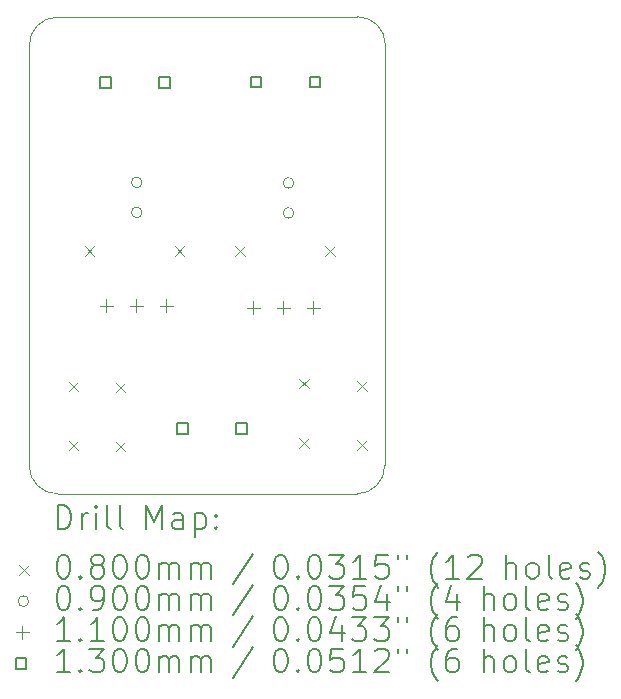
<source format=gbr>
%TF.GenerationSoftware,KiCad,Pcbnew,(7.0.0)*%
%TF.CreationDate,2023-04-15T22:03:08+02:00*%
%TF.ProjectId,incredibly_simple_voltage_regulator,696e6372-6564-4696-926c-795f73696d70,rev?*%
%TF.SameCoordinates,Original*%
%TF.FileFunction,Drillmap*%
%TF.FilePolarity,Positive*%
%FSLAX45Y45*%
G04 Gerber Fmt 4.5, Leading zero omitted, Abs format (unit mm)*
G04 Created by KiCad (PCBNEW (7.0.0)) date 2023-04-15 22:03:08*
%MOMM*%
%LPD*%
G01*
G04 APERTURE LIST*
%ADD10C,0.100000*%
%ADD11C,0.200000*%
%ADD12C,0.080000*%
%ADD13C,0.090000*%
%ADD14C,0.110000*%
%ADD15C,0.130000*%
G04 APERTURE END LIST*
D10*
X7320373Y-6575034D02*
G75*
G03*
X7560430Y-6810034I235057J4D01*
G01*
X7560430Y-6810034D02*
X10095000Y-6810053D01*
X10094570Y-2770966D02*
X7555966Y-2775377D01*
X10330000Y-6570000D02*
X10334623Y-3005966D01*
X10095000Y-6810053D02*
G75*
G03*
X10330000Y-6570000I0J235053D01*
G01*
X7320966Y-3015430D02*
X7320377Y-6575034D01*
X7555966Y-2775373D02*
G75*
G03*
X7320966Y-3015430I4J-235057D01*
G01*
X10334627Y-3005966D02*
G75*
G03*
X10094570Y-2770966I-235057J-4D01*
G01*
D11*
D12*
X7655000Y-5860000D02*
X7735000Y-5940000D01*
X7735000Y-5860000D02*
X7655000Y-5940000D01*
X7655000Y-6360000D02*
X7735000Y-6440000D01*
X7735000Y-6360000D02*
X7655000Y-6440000D01*
X7789000Y-4715000D02*
X7869000Y-4795000D01*
X7869000Y-4715000D02*
X7789000Y-4795000D01*
X8054000Y-5872000D02*
X8134000Y-5952000D01*
X8134000Y-5872000D02*
X8054000Y-5952000D01*
X8054000Y-6372000D02*
X8134000Y-6452000D01*
X8134000Y-6372000D02*
X8054000Y-6452000D01*
X8551000Y-4715000D02*
X8631000Y-4795000D01*
X8631000Y-4715000D02*
X8551000Y-4795000D01*
X9064000Y-4714500D02*
X9144000Y-4794500D01*
X9144000Y-4714500D02*
X9064000Y-4794500D01*
X9608000Y-5838500D02*
X9688000Y-5918500D01*
X9688000Y-5838500D02*
X9608000Y-5918500D01*
X9608000Y-6338500D02*
X9688000Y-6418500D01*
X9688000Y-6338500D02*
X9608000Y-6418500D01*
X9826000Y-4714500D02*
X9906000Y-4794500D01*
X9906000Y-4714500D02*
X9826000Y-4794500D01*
X10098000Y-5858500D02*
X10178000Y-5938500D01*
X10178000Y-5858500D02*
X10098000Y-5938500D01*
X10098000Y-6358500D02*
X10178000Y-6438500D01*
X10178000Y-6358500D02*
X10098000Y-6438500D01*
D13*
X8275000Y-4173500D02*
G75*
G03*
X8275000Y-4173500I-45000J0D01*
G01*
X8275000Y-4427500D02*
G75*
G03*
X8275000Y-4427500I-45000J0D01*
G01*
X9560000Y-4178500D02*
G75*
G03*
X9560000Y-4178500I-45000J0D01*
G01*
X9560000Y-4432500D02*
G75*
G03*
X9560000Y-4432500I-45000J0D01*
G01*
D14*
X7972000Y-5165000D02*
X7972000Y-5275000D01*
X7917000Y-5220000D02*
X8027000Y-5220000D01*
X8226000Y-5165000D02*
X8226000Y-5275000D01*
X8171000Y-5220000D02*
X8281000Y-5220000D01*
X8480000Y-5165000D02*
X8480000Y-5275000D01*
X8425000Y-5220000D02*
X8535000Y-5220000D01*
X9218000Y-5179500D02*
X9218000Y-5289500D01*
X9163000Y-5234500D02*
X9273000Y-5234500D01*
X9472000Y-5179500D02*
X9472000Y-5289500D01*
X9417000Y-5234500D02*
X9527000Y-5234500D01*
X9726000Y-5179500D02*
X9726000Y-5289500D01*
X9671000Y-5234500D02*
X9781000Y-5234500D01*
D15*
X8010962Y-3370962D02*
X8010962Y-3279038D01*
X7919038Y-3279038D01*
X7919038Y-3370962D01*
X8010962Y-3370962D01*
X8510962Y-3370962D02*
X8510962Y-3279038D01*
X8419038Y-3279038D01*
X8419038Y-3370962D01*
X8510962Y-3370962D01*
X8665962Y-6305962D02*
X8665962Y-6214038D01*
X8574038Y-6214038D01*
X8574038Y-6305962D01*
X8665962Y-6305962D01*
X9165962Y-6305962D02*
X9165962Y-6214038D01*
X9074038Y-6214038D01*
X9074038Y-6305962D01*
X9165962Y-6305962D01*
X9285962Y-3370462D02*
X9285962Y-3278538D01*
X9194038Y-3278538D01*
X9194038Y-3370462D01*
X9285962Y-3370462D01*
X9785962Y-3370462D02*
X9785962Y-3278538D01*
X9694038Y-3278538D01*
X9694038Y-3370462D01*
X9785962Y-3370462D01*
D11*
X7562996Y-7108563D02*
X7562996Y-6908563D01*
X7562996Y-6908563D02*
X7610615Y-6908563D01*
X7610615Y-6908563D02*
X7639187Y-6918087D01*
X7639187Y-6918087D02*
X7658234Y-6937135D01*
X7658234Y-6937135D02*
X7667758Y-6956182D01*
X7667758Y-6956182D02*
X7677282Y-6994277D01*
X7677282Y-6994277D02*
X7677282Y-7022849D01*
X7677282Y-7022849D02*
X7667758Y-7060944D01*
X7667758Y-7060944D02*
X7658234Y-7079992D01*
X7658234Y-7079992D02*
X7639187Y-7099039D01*
X7639187Y-7099039D02*
X7610615Y-7108563D01*
X7610615Y-7108563D02*
X7562996Y-7108563D01*
X7762996Y-7108563D02*
X7762996Y-6975230D01*
X7762996Y-7013325D02*
X7772520Y-6994277D01*
X7772520Y-6994277D02*
X7782044Y-6984754D01*
X7782044Y-6984754D02*
X7801091Y-6975230D01*
X7801091Y-6975230D02*
X7820139Y-6975230D01*
X7886806Y-7108563D02*
X7886806Y-6975230D01*
X7886806Y-6908563D02*
X7877282Y-6918087D01*
X7877282Y-6918087D02*
X7886806Y-6927611D01*
X7886806Y-6927611D02*
X7896330Y-6918087D01*
X7896330Y-6918087D02*
X7886806Y-6908563D01*
X7886806Y-6908563D02*
X7886806Y-6927611D01*
X8010615Y-7108563D02*
X7991568Y-7099039D01*
X7991568Y-7099039D02*
X7982044Y-7079992D01*
X7982044Y-7079992D02*
X7982044Y-6908563D01*
X8115377Y-7108563D02*
X8096330Y-7099039D01*
X8096330Y-7099039D02*
X8086806Y-7079992D01*
X8086806Y-7079992D02*
X8086806Y-6908563D01*
X8311568Y-7108563D02*
X8311568Y-6908563D01*
X8311568Y-6908563D02*
X8378234Y-7051420D01*
X8378234Y-7051420D02*
X8444901Y-6908563D01*
X8444901Y-6908563D02*
X8444901Y-7108563D01*
X8625853Y-7108563D02*
X8625853Y-7003801D01*
X8625853Y-7003801D02*
X8616330Y-6984754D01*
X8616330Y-6984754D02*
X8597282Y-6975230D01*
X8597282Y-6975230D02*
X8559187Y-6975230D01*
X8559187Y-6975230D02*
X8540139Y-6984754D01*
X8625853Y-7099039D02*
X8606806Y-7108563D01*
X8606806Y-7108563D02*
X8559187Y-7108563D01*
X8559187Y-7108563D02*
X8540139Y-7099039D01*
X8540139Y-7099039D02*
X8530615Y-7079992D01*
X8530615Y-7079992D02*
X8530615Y-7060944D01*
X8530615Y-7060944D02*
X8540139Y-7041896D01*
X8540139Y-7041896D02*
X8559187Y-7032373D01*
X8559187Y-7032373D02*
X8606806Y-7032373D01*
X8606806Y-7032373D02*
X8625853Y-7022849D01*
X8721092Y-6975230D02*
X8721092Y-7175230D01*
X8721092Y-6984754D02*
X8740139Y-6975230D01*
X8740139Y-6975230D02*
X8778234Y-6975230D01*
X8778234Y-6975230D02*
X8797282Y-6984754D01*
X8797282Y-6984754D02*
X8806806Y-6994277D01*
X8806806Y-6994277D02*
X8816330Y-7013325D01*
X8816330Y-7013325D02*
X8816330Y-7070468D01*
X8816330Y-7070468D02*
X8806806Y-7089515D01*
X8806806Y-7089515D02*
X8797282Y-7099039D01*
X8797282Y-7099039D02*
X8778234Y-7108563D01*
X8778234Y-7108563D02*
X8740139Y-7108563D01*
X8740139Y-7108563D02*
X8721092Y-7099039D01*
X8902044Y-7089515D02*
X8911568Y-7099039D01*
X8911568Y-7099039D02*
X8902044Y-7108563D01*
X8902044Y-7108563D02*
X8892520Y-7099039D01*
X8892520Y-7099039D02*
X8902044Y-7089515D01*
X8902044Y-7089515D02*
X8902044Y-7108563D01*
X8902044Y-6984754D02*
X8911568Y-6994277D01*
X8911568Y-6994277D02*
X8902044Y-7003801D01*
X8902044Y-7003801D02*
X8892520Y-6994277D01*
X8892520Y-6994277D02*
X8902044Y-6984754D01*
X8902044Y-6984754D02*
X8902044Y-7003801D01*
D12*
X7235377Y-7415087D02*
X7315377Y-7495087D01*
X7315377Y-7415087D02*
X7235377Y-7495087D01*
D11*
X7601091Y-7328563D02*
X7620139Y-7328563D01*
X7620139Y-7328563D02*
X7639187Y-7338087D01*
X7639187Y-7338087D02*
X7648711Y-7347611D01*
X7648711Y-7347611D02*
X7658234Y-7366658D01*
X7658234Y-7366658D02*
X7667758Y-7404754D01*
X7667758Y-7404754D02*
X7667758Y-7452373D01*
X7667758Y-7452373D02*
X7658234Y-7490468D01*
X7658234Y-7490468D02*
X7648711Y-7509515D01*
X7648711Y-7509515D02*
X7639187Y-7519039D01*
X7639187Y-7519039D02*
X7620139Y-7528563D01*
X7620139Y-7528563D02*
X7601091Y-7528563D01*
X7601091Y-7528563D02*
X7582044Y-7519039D01*
X7582044Y-7519039D02*
X7572520Y-7509515D01*
X7572520Y-7509515D02*
X7562996Y-7490468D01*
X7562996Y-7490468D02*
X7553472Y-7452373D01*
X7553472Y-7452373D02*
X7553472Y-7404754D01*
X7553472Y-7404754D02*
X7562996Y-7366658D01*
X7562996Y-7366658D02*
X7572520Y-7347611D01*
X7572520Y-7347611D02*
X7582044Y-7338087D01*
X7582044Y-7338087D02*
X7601091Y-7328563D01*
X7753472Y-7509515D02*
X7762996Y-7519039D01*
X7762996Y-7519039D02*
X7753472Y-7528563D01*
X7753472Y-7528563D02*
X7743949Y-7519039D01*
X7743949Y-7519039D02*
X7753472Y-7509515D01*
X7753472Y-7509515D02*
X7753472Y-7528563D01*
X7877282Y-7414277D02*
X7858234Y-7404754D01*
X7858234Y-7404754D02*
X7848711Y-7395230D01*
X7848711Y-7395230D02*
X7839187Y-7376182D01*
X7839187Y-7376182D02*
X7839187Y-7366658D01*
X7839187Y-7366658D02*
X7848711Y-7347611D01*
X7848711Y-7347611D02*
X7858234Y-7338087D01*
X7858234Y-7338087D02*
X7877282Y-7328563D01*
X7877282Y-7328563D02*
X7915377Y-7328563D01*
X7915377Y-7328563D02*
X7934425Y-7338087D01*
X7934425Y-7338087D02*
X7943949Y-7347611D01*
X7943949Y-7347611D02*
X7953472Y-7366658D01*
X7953472Y-7366658D02*
X7953472Y-7376182D01*
X7953472Y-7376182D02*
X7943949Y-7395230D01*
X7943949Y-7395230D02*
X7934425Y-7404754D01*
X7934425Y-7404754D02*
X7915377Y-7414277D01*
X7915377Y-7414277D02*
X7877282Y-7414277D01*
X7877282Y-7414277D02*
X7858234Y-7423801D01*
X7858234Y-7423801D02*
X7848711Y-7433325D01*
X7848711Y-7433325D02*
X7839187Y-7452373D01*
X7839187Y-7452373D02*
X7839187Y-7490468D01*
X7839187Y-7490468D02*
X7848711Y-7509515D01*
X7848711Y-7509515D02*
X7858234Y-7519039D01*
X7858234Y-7519039D02*
X7877282Y-7528563D01*
X7877282Y-7528563D02*
X7915377Y-7528563D01*
X7915377Y-7528563D02*
X7934425Y-7519039D01*
X7934425Y-7519039D02*
X7943949Y-7509515D01*
X7943949Y-7509515D02*
X7953472Y-7490468D01*
X7953472Y-7490468D02*
X7953472Y-7452373D01*
X7953472Y-7452373D02*
X7943949Y-7433325D01*
X7943949Y-7433325D02*
X7934425Y-7423801D01*
X7934425Y-7423801D02*
X7915377Y-7414277D01*
X8077282Y-7328563D02*
X8096330Y-7328563D01*
X8096330Y-7328563D02*
X8115377Y-7338087D01*
X8115377Y-7338087D02*
X8124901Y-7347611D01*
X8124901Y-7347611D02*
X8134425Y-7366658D01*
X8134425Y-7366658D02*
X8143949Y-7404754D01*
X8143949Y-7404754D02*
X8143949Y-7452373D01*
X8143949Y-7452373D02*
X8134425Y-7490468D01*
X8134425Y-7490468D02*
X8124901Y-7509515D01*
X8124901Y-7509515D02*
X8115377Y-7519039D01*
X8115377Y-7519039D02*
X8096330Y-7528563D01*
X8096330Y-7528563D02*
X8077282Y-7528563D01*
X8077282Y-7528563D02*
X8058234Y-7519039D01*
X8058234Y-7519039D02*
X8048711Y-7509515D01*
X8048711Y-7509515D02*
X8039187Y-7490468D01*
X8039187Y-7490468D02*
X8029663Y-7452373D01*
X8029663Y-7452373D02*
X8029663Y-7404754D01*
X8029663Y-7404754D02*
X8039187Y-7366658D01*
X8039187Y-7366658D02*
X8048711Y-7347611D01*
X8048711Y-7347611D02*
X8058234Y-7338087D01*
X8058234Y-7338087D02*
X8077282Y-7328563D01*
X8267758Y-7328563D02*
X8286806Y-7328563D01*
X8286806Y-7328563D02*
X8305853Y-7338087D01*
X8305853Y-7338087D02*
X8315377Y-7347611D01*
X8315377Y-7347611D02*
X8324901Y-7366658D01*
X8324901Y-7366658D02*
X8334425Y-7404754D01*
X8334425Y-7404754D02*
X8334425Y-7452373D01*
X8334425Y-7452373D02*
X8324901Y-7490468D01*
X8324901Y-7490468D02*
X8315377Y-7509515D01*
X8315377Y-7509515D02*
X8305853Y-7519039D01*
X8305853Y-7519039D02*
X8286806Y-7528563D01*
X8286806Y-7528563D02*
X8267758Y-7528563D01*
X8267758Y-7528563D02*
X8248711Y-7519039D01*
X8248711Y-7519039D02*
X8239187Y-7509515D01*
X8239187Y-7509515D02*
X8229663Y-7490468D01*
X8229663Y-7490468D02*
X8220139Y-7452373D01*
X8220139Y-7452373D02*
X8220139Y-7404754D01*
X8220139Y-7404754D02*
X8229663Y-7366658D01*
X8229663Y-7366658D02*
X8239187Y-7347611D01*
X8239187Y-7347611D02*
X8248711Y-7338087D01*
X8248711Y-7338087D02*
X8267758Y-7328563D01*
X8420139Y-7528563D02*
X8420139Y-7395230D01*
X8420139Y-7414277D02*
X8429663Y-7404754D01*
X8429663Y-7404754D02*
X8448711Y-7395230D01*
X8448711Y-7395230D02*
X8477282Y-7395230D01*
X8477282Y-7395230D02*
X8496330Y-7404754D01*
X8496330Y-7404754D02*
X8505854Y-7423801D01*
X8505854Y-7423801D02*
X8505854Y-7528563D01*
X8505854Y-7423801D02*
X8515377Y-7404754D01*
X8515377Y-7404754D02*
X8534425Y-7395230D01*
X8534425Y-7395230D02*
X8562996Y-7395230D01*
X8562996Y-7395230D02*
X8582044Y-7404754D01*
X8582044Y-7404754D02*
X8591568Y-7423801D01*
X8591568Y-7423801D02*
X8591568Y-7528563D01*
X8686806Y-7528563D02*
X8686806Y-7395230D01*
X8686806Y-7414277D02*
X8696330Y-7404754D01*
X8696330Y-7404754D02*
X8715377Y-7395230D01*
X8715377Y-7395230D02*
X8743949Y-7395230D01*
X8743949Y-7395230D02*
X8762996Y-7404754D01*
X8762996Y-7404754D02*
X8772520Y-7423801D01*
X8772520Y-7423801D02*
X8772520Y-7528563D01*
X8772520Y-7423801D02*
X8782044Y-7404754D01*
X8782044Y-7404754D02*
X8801092Y-7395230D01*
X8801092Y-7395230D02*
X8829663Y-7395230D01*
X8829663Y-7395230D02*
X8848711Y-7404754D01*
X8848711Y-7404754D02*
X8858235Y-7423801D01*
X8858235Y-7423801D02*
X8858235Y-7528563D01*
X9216330Y-7319039D02*
X9044901Y-7576182D01*
X9441092Y-7328563D02*
X9460139Y-7328563D01*
X9460139Y-7328563D02*
X9479187Y-7338087D01*
X9479187Y-7338087D02*
X9488711Y-7347611D01*
X9488711Y-7347611D02*
X9498235Y-7366658D01*
X9498235Y-7366658D02*
X9507758Y-7404754D01*
X9507758Y-7404754D02*
X9507758Y-7452373D01*
X9507758Y-7452373D02*
X9498235Y-7490468D01*
X9498235Y-7490468D02*
X9488711Y-7509515D01*
X9488711Y-7509515D02*
X9479187Y-7519039D01*
X9479187Y-7519039D02*
X9460139Y-7528563D01*
X9460139Y-7528563D02*
X9441092Y-7528563D01*
X9441092Y-7528563D02*
X9422044Y-7519039D01*
X9422044Y-7519039D02*
X9412520Y-7509515D01*
X9412520Y-7509515D02*
X9402996Y-7490468D01*
X9402996Y-7490468D02*
X9393473Y-7452373D01*
X9393473Y-7452373D02*
X9393473Y-7404754D01*
X9393473Y-7404754D02*
X9402996Y-7366658D01*
X9402996Y-7366658D02*
X9412520Y-7347611D01*
X9412520Y-7347611D02*
X9422044Y-7338087D01*
X9422044Y-7338087D02*
X9441092Y-7328563D01*
X9593473Y-7509515D02*
X9602996Y-7519039D01*
X9602996Y-7519039D02*
X9593473Y-7528563D01*
X9593473Y-7528563D02*
X9583949Y-7519039D01*
X9583949Y-7519039D02*
X9593473Y-7509515D01*
X9593473Y-7509515D02*
X9593473Y-7528563D01*
X9726806Y-7328563D02*
X9745854Y-7328563D01*
X9745854Y-7328563D02*
X9764901Y-7338087D01*
X9764901Y-7338087D02*
X9774425Y-7347611D01*
X9774425Y-7347611D02*
X9783949Y-7366658D01*
X9783949Y-7366658D02*
X9793473Y-7404754D01*
X9793473Y-7404754D02*
X9793473Y-7452373D01*
X9793473Y-7452373D02*
X9783949Y-7490468D01*
X9783949Y-7490468D02*
X9774425Y-7509515D01*
X9774425Y-7509515D02*
X9764901Y-7519039D01*
X9764901Y-7519039D02*
X9745854Y-7528563D01*
X9745854Y-7528563D02*
X9726806Y-7528563D01*
X9726806Y-7528563D02*
X9707758Y-7519039D01*
X9707758Y-7519039D02*
X9698235Y-7509515D01*
X9698235Y-7509515D02*
X9688711Y-7490468D01*
X9688711Y-7490468D02*
X9679187Y-7452373D01*
X9679187Y-7452373D02*
X9679187Y-7404754D01*
X9679187Y-7404754D02*
X9688711Y-7366658D01*
X9688711Y-7366658D02*
X9698235Y-7347611D01*
X9698235Y-7347611D02*
X9707758Y-7338087D01*
X9707758Y-7338087D02*
X9726806Y-7328563D01*
X9860139Y-7328563D02*
X9983949Y-7328563D01*
X9983949Y-7328563D02*
X9917282Y-7404754D01*
X9917282Y-7404754D02*
X9945854Y-7404754D01*
X9945854Y-7404754D02*
X9964901Y-7414277D01*
X9964901Y-7414277D02*
X9974425Y-7423801D01*
X9974425Y-7423801D02*
X9983949Y-7442849D01*
X9983949Y-7442849D02*
X9983949Y-7490468D01*
X9983949Y-7490468D02*
X9974425Y-7509515D01*
X9974425Y-7509515D02*
X9964901Y-7519039D01*
X9964901Y-7519039D02*
X9945854Y-7528563D01*
X9945854Y-7528563D02*
X9888711Y-7528563D01*
X9888711Y-7528563D02*
X9869663Y-7519039D01*
X9869663Y-7519039D02*
X9860139Y-7509515D01*
X10174425Y-7528563D02*
X10060139Y-7528563D01*
X10117282Y-7528563D02*
X10117282Y-7328563D01*
X10117282Y-7328563D02*
X10098235Y-7357135D01*
X10098235Y-7357135D02*
X10079187Y-7376182D01*
X10079187Y-7376182D02*
X10060139Y-7385706D01*
X10355377Y-7328563D02*
X10260139Y-7328563D01*
X10260139Y-7328563D02*
X10250616Y-7423801D01*
X10250616Y-7423801D02*
X10260139Y-7414277D01*
X10260139Y-7414277D02*
X10279187Y-7404754D01*
X10279187Y-7404754D02*
X10326806Y-7404754D01*
X10326806Y-7404754D02*
X10345854Y-7414277D01*
X10345854Y-7414277D02*
X10355377Y-7423801D01*
X10355377Y-7423801D02*
X10364901Y-7442849D01*
X10364901Y-7442849D02*
X10364901Y-7490468D01*
X10364901Y-7490468D02*
X10355377Y-7509515D01*
X10355377Y-7509515D02*
X10345854Y-7519039D01*
X10345854Y-7519039D02*
X10326806Y-7528563D01*
X10326806Y-7528563D02*
X10279187Y-7528563D01*
X10279187Y-7528563D02*
X10260139Y-7519039D01*
X10260139Y-7519039D02*
X10250616Y-7509515D01*
X10441092Y-7328563D02*
X10441092Y-7366658D01*
X10517282Y-7328563D02*
X10517282Y-7366658D01*
X10780139Y-7604754D02*
X10770616Y-7595230D01*
X10770616Y-7595230D02*
X10751568Y-7566658D01*
X10751568Y-7566658D02*
X10742044Y-7547611D01*
X10742044Y-7547611D02*
X10732520Y-7519039D01*
X10732520Y-7519039D02*
X10722997Y-7471420D01*
X10722997Y-7471420D02*
X10722997Y-7433325D01*
X10722997Y-7433325D02*
X10732520Y-7385706D01*
X10732520Y-7385706D02*
X10742044Y-7357135D01*
X10742044Y-7357135D02*
X10751568Y-7338087D01*
X10751568Y-7338087D02*
X10770616Y-7309515D01*
X10770616Y-7309515D02*
X10780139Y-7299992D01*
X10961092Y-7528563D02*
X10846806Y-7528563D01*
X10903949Y-7528563D02*
X10903949Y-7328563D01*
X10903949Y-7328563D02*
X10884901Y-7357135D01*
X10884901Y-7357135D02*
X10865854Y-7376182D01*
X10865854Y-7376182D02*
X10846806Y-7385706D01*
X11037282Y-7347611D02*
X11046806Y-7338087D01*
X11046806Y-7338087D02*
X11065854Y-7328563D01*
X11065854Y-7328563D02*
X11113473Y-7328563D01*
X11113473Y-7328563D02*
X11132520Y-7338087D01*
X11132520Y-7338087D02*
X11142044Y-7347611D01*
X11142044Y-7347611D02*
X11151568Y-7366658D01*
X11151568Y-7366658D02*
X11151568Y-7385706D01*
X11151568Y-7385706D02*
X11142044Y-7414277D01*
X11142044Y-7414277D02*
X11027758Y-7528563D01*
X11027758Y-7528563D02*
X11151568Y-7528563D01*
X11357282Y-7528563D02*
X11357282Y-7328563D01*
X11442996Y-7528563D02*
X11442996Y-7423801D01*
X11442996Y-7423801D02*
X11433473Y-7404754D01*
X11433473Y-7404754D02*
X11414425Y-7395230D01*
X11414425Y-7395230D02*
X11385854Y-7395230D01*
X11385854Y-7395230D02*
X11366806Y-7404754D01*
X11366806Y-7404754D02*
X11357282Y-7414277D01*
X11566806Y-7528563D02*
X11547758Y-7519039D01*
X11547758Y-7519039D02*
X11538235Y-7509515D01*
X11538235Y-7509515D02*
X11528711Y-7490468D01*
X11528711Y-7490468D02*
X11528711Y-7433325D01*
X11528711Y-7433325D02*
X11538235Y-7414277D01*
X11538235Y-7414277D02*
X11547758Y-7404754D01*
X11547758Y-7404754D02*
X11566806Y-7395230D01*
X11566806Y-7395230D02*
X11595377Y-7395230D01*
X11595377Y-7395230D02*
X11614425Y-7404754D01*
X11614425Y-7404754D02*
X11623949Y-7414277D01*
X11623949Y-7414277D02*
X11633473Y-7433325D01*
X11633473Y-7433325D02*
X11633473Y-7490468D01*
X11633473Y-7490468D02*
X11623949Y-7509515D01*
X11623949Y-7509515D02*
X11614425Y-7519039D01*
X11614425Y-7519039D02*
X11595377Y-7528563D01*
X11595377Y-7528563D02*
X11566806Y-7528563D01*
X11747758Y-7528563D02*
X11728711Y-7519039D01*
X11728711Y-7519039D02*
X11719187Y-7499992D01*
X11719187Y-7499992D02*
X11719187Y-7328563D01*
X11900139Y-7519039D02*
X11881092Y-7528563D01*
X11881092Y-7528563D02*
X11842996Y-7528563D01*
X11842996Y-7528563D02*
X11823949Y-7519039D01*
X11823949Y-7519039D02*
X11814425Y-7499992D01*
X11814425Y-7499992D02*
X11814425Y-7423801D01*
X11814425Y-7423801D02*
X11823949Y-7404754D01*
X11823949Y-7404754D02*
X11842996Y-7395230D01*
X11842996Y-7395230D02*
X11881092Y-7395230D01*
X11881092Y-7395230D02*
X11900139Y-7404754D01*
X11900139Y-7404754D02*
X11909663Y-7423801D01*
X11909663Y-7423801D02*
X11909663Y-7442849D01*
X11909663Y-7442849D02*
X11814425Y-7461896D01*
X11985854Y-7519039D02*
X12004901Y-7528563D01*
X12004901Y-7528563D02*
X12042996Y-7528563D01*
X12042996Y-7528563D02*
X12062044Y-7519039D01*
X12062044Y-7519039D02*
X12071568Y-7499992D01*
X12071568Y-7499992D02*
X12071568Y-7490468D01*
X12071568Y-7490468D02*
X12062044Y-7471420D01*
X12062044Y-7471420D02*
X12042996Y-7461896D01*
X12042996Y-7461896D02*
X12014425Y-7461896D01*
X12014425Y-7461896D02*
X11995377Y-7452373D01*
X11995377Y-7452373D02*
X11985854Y-7433325D01*
X11985854Y-7433325D02*
X11985854Y-7423801D01*
X11985854Y-7423801D02*
X11995377Y-7404754D01*
X11995377Y-7404754D02*
X12014425Y-7395230D01*
X12014425Y-7395230D02*
X12042996Y-7395230D01*
X12042996Y-7395230D02*
X12062044Y-7404754D01*
X12138235Y-7604754D02*
X12147758Y-7595230D01*
X12147758Y-7595230D02*
X12166806Y-7566658D01*
X12166806Y-7566658D02*
X12176330Y-7547611D01*
X12176330Y-7547611D02*
X12185854Y-7519039D01*
X12185854Y-7519039D02*
X12195377Y-7471420D01*
X12195377Y-7471420D02*
X12195377Y-7433325D01*
X12195377Y-7433325D02*
X12185854Y-7385706D01*
X12185854Y-7385706D02*
X12176330Y-7357135D01*
X12176330Y-7357135D02*
X12166806Y-7338087D01*
X12166806Y-7338087D02*
X12147758Y-7309515D01*
X12147758Y-7309515D02*
X12138235Y-7299992D01*
D13*
X7315377Y-7719087D02*
G75*
G03*
X7315377Y-7719087I-45000J0D01*
G01*
D11*
X7601091Y-7592563D02*
X7620139Y-7592563D01*
X7620139Y-7592563D02*
X7639187Y-7602087D01*
X7639187Y-7602087D02*
X7648711Y-7611611D01*
X7648711Y-7611611D02*
X7658234Y-7630658D01*
X7658234Y-7630658D02*
X7667758Y-7668754D01*
X7667758Y-7668754D02*
X7667758Y-7716373D01*
X7667758Y-7716373D02*
X7658234Y-7754468D01*
X7658234Y-7754468D02*
X7648711Y-7773515D01*
X7648711Y-7773515D02*
X7639187Y-7783039D01*
X7639187Y-7783039D02*
X7620139Y-7792563D01*
X7620139Y-7792563D02*
X7601091Y-7792563D01*
X7601091Y-7792563D02*
X7582044Y-7783039D01*
X7582044Y-7783039D02*
X7572520Y-7773515D01*
X7572520Y-7773515D02*
X7562996Y-7754468D01*
X7562996Y-7754468D02*
X7553472Y-7716373D01*
X7553472Y-7716373D02*
X7553472Y-7668754D01*
X7553472Y-7668754D02*
X7562996Y-7630658D01*
X7562996Y-7630658D02*
X7572520Y-7611611D01*
X7572520Y-7611611D02*
X7582044Y-7602087D01*
X7582044Y-7602087D02*
X7601091Y-7592563D01*
X7753472Y-7773515D02*
X7762996Y-7783039D01*
X7762996Y-7783039D02*
X7753472Y-7792563D01*
X7753472Y-7792563D02*
X7743949Y-7783039D01*
X7743949Y-7783039D02*
X7753472Y-7773515D01*
X7753472Y-7773515D02*
X7753472Y-7792563D01*
X7858234Y-7792563D02*
X7896330Y-7792563D01*
X7896330Y-7792563D02*
X7915377Y-7783039D01*
X7915377Y-7783039D02*
X7924901Y-7773515D01*
X7924901Y-7773515D02*
X7943949Y-7744944D01*
X7943949Y-7744944D02*
X7953472Y-7706849D01*
X7953472Y-7706849D02*
X7953472Y-7630658D01*
X7953472Y-7630658D02*
X7943949Y-7611611D01*
X7943949Y-7611611D02*
X7934425Y-7602087D01*
X7934425Y-7602087D02*
X7915377Y-7592563D01*
X7915377Y-7592563D02*
X7877282Y-7592563D01*
X7877282Y-7592563D02*
X7858234Y-7602087D01*
X7858234Y-7602087D02*
X7848711Y-7611611D01*
X7848711Y-7611611D02*
X7839187Y-7630658D01*
X7839187Y-7630658D02*
X7839187Y-7678277D01*
X7839187Y-7678277D02*
X7848711Y-7697325D01*
X7848711Y-7697325D02*
X7858234Y-7706849D01*
X7858234Y-7706849D02*
X7877282Y-7716373D01*
X7877282Y-7716373D02*
X7915377Y-7716373D01*
X7915377Y-7716373D02*
X7934425Y-7706849D01*
X7934425Y-7706849D02*
X7943949Y-7697325D01*
X7943949Y-7697325D02*
X7953472Y-7678277D01*
X8077282Y-7592563D02*
X8096330Y-7592563D01*
X8096330Y-7592563D02*
X8115377Y-7602087D01*
X8115377Y-7602087D02*
X8124901Y-7611611D01*
X8124901Y-7611611D02*
X8134425Y-7630658D01*
X8134425Y-7630658D02*
X8143949Y-7668754D01*
X8143949Y-7668754D02*
X8143949Y-7716373D01*
X8143949Y-7716373D02*
X8134425Y-7754468D01*
X8134425Y-7754468D02*
X8124901Y-7773515D01*
X8124901Y-7773515D02*
X8115377Y-7783039D01*
X8115377Y-7783039D02*
X8096330Y-7792563D01*
X8096330Y-7792563D02*
X8077282Y-7792563D01*
X8077282Y-7792563D02*
X8058234Y-7783039D01*
X8058234Y-7783039D02*
X8048711Y-7773515D01*
X8048711Y-7773515D02*
X8039187Y-7754468D01*
X8039187Y-7754468D02*
X8029663Y-7716373D01*
X8029663Y-7716373D02*
X8029663Y-7668754D01*
X8029663Y-7668754D02*
X8039187Y-7630658D01*
X8039187Y-7630658D02*
X8048711Y-7611611D01*
X8048711Y-7611611D02*
X8058234Y-7602087D01*
X8058234Y-7602087D02*
X8077282Y-7592563D01*
X8267758Y-7592563D02*
X8286806Y-7592563D01*
X8286806Y-7592563D02*
X8305853Y-7602087D01*
X8305853Y-7602087D02*
X8315377Y-7611611D01*
X8315377Y-7611611D02*
X8324901Y-7630658D01*
X8324901Y-7630658D02*
X8334425Y-7668754D01*
X8334425Y-7668754D02*
X8334425Y-7716373D01*
X8334425Y-7716373D02*
X8324901Y-7754468D01*
X8324901Y-7754468D02*
X8315377Y-7773515D01*
X8315377Y-7773515D02*
X8305853Y-7783039D01*
X8305853Y-7783039D02*
X8286806Y-7792563D01*
X8286806Y-7792563D02*
X8267758Y-7792563D01*
X8267758Y-7792563D02*
X8248711Y-7783039D01*
X8248711Y-7783039D02*
X8239187Y-7773515D01*
X8239187Y-7773515D02*
X8229663Y-7754468D01*
X8229663Y-7754468D02*
X8220139Y-7716373D01*
X8220139Y-7716373D02*
X8220139Y-7668754D01*
X8220139Y-7668754D02*
X8229663Y-7630658D01*
X8229663Y-7630658D02*
X8239187Y-7611611D01*
X8239187Y-7611611D02*
X8248711Y-7602087D01*
X8248711Y-7602087D02*
X8267758Y-7592563D01*
X8420139Y-7792563D02*
X8420139Y-7659230D01*
X8420139Y-7678277D02*
X8429663Y-7668754D01*
X8429663Y-7668754D02*
X8448711Y-7659230D01*
X8448711Y-7659230D02*
X8477282Y-7659230D01*
X8477282Y-7659230D02*
X8496330Y-7668754D01*
X8496330Y-7668754D02*
X8505854Y-7687801D01*
X8505854Y-7687801D02*
X8505854Y-7792563D01*
X8505854Y-7687801D02*
X8515377Y-7668754D01*
X8515377Y-7668754D02*
X8534425Y-7659230D01*
X8534425Y-7659230D02*
X8562996Y-7659230D01*
X8562996Y-7659230D02*
X8582044Y-7668754D01*
X8582044Y-7668754D02*
X8591568Y-7687801D01*
X8591568Y-7687801D02*
X8591568Y-7792563D01*
X8686806Y-7792563D02*
X8686806Y-7659230D01*
X8686806Y-7678277D02*
X8696330Y-7668754D01*
X8696330Y-7668754D02*
X8715377Y-7659230D01*
X8715377Y-7659230D02*
X8743949Y-7659230D01*
X8743949Y-7659230D02*
X8762996Y-7668754D01*
X8762996Y-7668754D02*
X8772520Y-7687801D01*
X8772520Y-7687801D02*
X8772520Y-7792563D01*
X8772520Y-7687801D02*
X8782044Y-7668754D01*
X8782044Y-7668754D02*
X8801092Y-7659230D01*
X8801092Y-7659230D02*
X8829663Y-7659230D01*
X8829663Y-7659230D02*
X8848711Y-7668754D01*
X8848711Y-7668754D02*
X8858235Y-7687801D01*
X8858235Y-7687801D02*
X8858235Y-7792563D01*
X9216330Y-7583039D02*
X9044901Y-7840182D01*
X9441092Y-7592563D02*
X9460139Y-7592563D01*
X9460139Y-7592563D02*
X9479187Y-7602087D01*
X9479187Y-7602087D02*
X9488711Y-7611611D01*
X9488711Y-7611611D02*
X9498235Y-7630658D01*
X9498235Y-7630658D02*
X9507758Y-7668754D01*
X9507758Y-7668754D02*
X9507758Y-7716373D01*
X9507758Y-7716373D02*
X9498235Y-7754468D01*
X9498235Y-7754468D02*
X9488711Y-7773515D01*
X9488711Y-7773515D02*
X9479187Y-7783039D01*
X9479187Y-7783039D02*
X9460139Y-7792563D01*
X9460139Y-7792563D02*
X9441092Y-7792563D01*
X9441092Y-7792563D02*
X9422044Y-7783039D01*
X9422044Y-7783039D02*
X9412520Y-7773515D01*
X9412520Y-7773515D02*
X9402996Y-7754468D01*
X9402996Y-7754468D02*
X9393473Y-7716373D01*
X9393473Y-7716373D02*
X9393473Y-7668754D01*
X9393473Y-7668754D02*
X9402996Y-7630658D01*
X9402996Y-7630658D02*
X9412520Y-7611611D01*
X9412520Y-7611611D02*
X9422044Y-7602087D01*
X9422044Y-7602087D02*
X9441092Y-7592563D01*
X9593473Y-7773515D02*
X9602996Y-7783039D01*
X9602996Y-7783039D02*
X9593473Y-7792563D01*
X9593473Y-7792563D02*
X9583949Y-7783039D01*
X9583949Y-7783039D02*
X9593473Y-7773515D01*
X9593473Y-7773515D02*
X9593473Y-7792563D01*
X9726806Y-7592563D02*
X9745854Y-7592563D01*
X9745854Y-7592563D02*
X9764901Y-7602087D01*
X9764901Y-7602087D02*
X9774425Y-7611611D01*
X9774425Y-7611611D02*
X9783949Y-7630658D01*
X9783949Y-7630658D02*
X9793473Y-7668754D01*
X9793473Y-7668754D02*
X9793473Y-7716373D01*
X9793473Y-7716373D02*
X9783949Y-7754468D01*
X9783949Y-7754468D02*
X9774425Y-7773515D01*
X9774425Y-7773515D02*
X9764901Y-7783039D01*
X9764901Y-7783039D02*
X9745854Y-7792563D01*
X9745854Y-7792563D02*
X9726806Y-7792563D01*
X9726806Y-7792563D02*
X9707758Y-7783039D01*
X9707758Y-7783039D02*
X9698235Y-7773515D01*
X9698235Y-7773515D02*
X9688711Y-7754468D01*
X9688711Y-7754468D02*
X9679187Y-7716373D01*
X9679187Y-7716373D02*
X9679187Y-7668754D01*
X9679187Y-7668754D02*
X9688711Y-7630658D01*
X9688711Y-7630658D02*
X9698235Y-7611611D01*
X9698235Y-7611611D02*
X9707758Y-7602087D01*
X9707758Y-7602087D02*
X9726806Y-7592563D01*
X9860139Y-7592563D02*
X9983949Y-7592563D01*
X9983949Y-7592563D02*
X9917282Y-7668754D01*
X9917282Y-7668754D02*
X9945854Y-7668754D01*
X9945854Y-7668754D02*
X9964901Y-7678277D01*
X9964901Y-7678277D02*
X9974425Y-7687801D01*
X9974425Y-7687801D02*
X9983949Y-7706849D01*
X9983949Y-7706849D02*
X9983949Y-7754468D01*
X9983949Y-7754468D02*
X9974425Y-7773515D01*
X9974425Y-7773515D02*
X9964901Y-7783039D01*
X9964901Y-7783039D02*
X9945854Y-7792563D01*
X9945854Y-7792563D02*
X9888711Y-7792563D01*
X9888711Y-7792563D02*
X9869663Y-7783039D01*
X9869663Y-7783039D02*
X9860139Y-7773515D01*
X10164901Y-7592563D02*
X10069663Y-7592563D01*
X10069663Y-7592563D02*
X10060139Y-7687801D01*
X10060139Y-7687801D02*
X10069663Y-7678277D01*
X10069663Y-7678277D02*
X10088711Y-7668754D01*
X10088711Y-7668754D02*
X10136330Y-7668754D01*
X10136330Y-7668754D02*
X10155377Y-7678277D01*
X10155377Y-7678277D02*
X10164901Y-7687801D01*
X10164901Y-7687801D02*
X10174425Y-7706849D01*
X10174425Y-7706849D02*
X10174425Y-7754468D01*
X10174425Y-7754468D02*
X10164901Y-7773515D01*
X10164901Y-7773515D02*
X10155377Y-7783039D01*
X10155377Y-7783039D02*
X10136330Y-7792563D01*
X10136330Y-7792563D02*
X10088711Y-7792563D01*
X10088711Y-7792563D02*
X10069663Y-7783039D01*
X10069663Y-7783039D02*
X10060139Y-7773515D01*
X10345854Y-7659230D02*
X10345854Y-7792563D01*
X10298235Y-7583039D02*
X10250616Y-7725896D01*
X10250616Y-7725896D02*
X10374425Y-7725896D01*
X10441092Y-7592563D02*
X10441092Y-7630658D01*
X10517282Y-7592563D02*
X10517282Y-7630658D01*
X10780139Y-7868754D02*
X10770616Y-7859230D01*
X10770616Y-7859230D02*
X10751568Y-7830658D01*
X10751568Y-7830658D02*
X10742044Y-7811611D01*
X10742044Y-7811611D02*
X10732520Y-7783039D01*
X10732520Y-7783039D02*
X10722997Y-7735420D01*
X10722997Y-7735420D02*
X10722997Y-7697325D01*
X10722997Y-7697325D02*
X10732520Y-7649706D01*
X10732520Y-7649706D02*
X10742044Y-7621135D01*
X10742044Y-7621135D02*
X10751568Y-7602087D01*
X10751568Y-7602087D02*
X10770616Y-7573515D01*
X10770616Y-7573515D02*
X10780139Y-7563992D01*
X10942044Y-7659230D02*
X10942044Y-7792563D01*
X10894425Y-7583039D02*
X10846806Y-7725896D01*
X10846806Y-7725896D02*
X10970616Y-7725896D01*
X11166806Y-7792563D02*
X11166806Y-7592563D01*
X11252520Y-7792563D02*
X11252520Y-7687801D01*
X11252520Y-7687801D02*
X11242996Y-7668754D01*
X11242996Y-7668754D02*
X11223949Y-7659230D01*
X11223949Y-7659230D02*
X11195377Y-7659230D01*
X11195377Y-7659230D02*
X11176330Y-7668754D01*
X11176330Y-7668754D02*
X11166806Y-7678277D01*
X11376330Y-7792563D02*
X11357282Y-7783039D01*
X11357282Y-7783039D02*
X11347758Y-7773515D01*
X11347758Y-7773515D02*
X11338235Y-7754468D01*
X11338235Y-7754468D02*
X11338235Y-7697325D01*
X11338235Y-7697325D02*
X11347758Y-7678277D01*
X11347758Y-7678277D02*
X11357282Y-7668754D01*
X11357282Y-7668754D02*
X11376330Y-7659230D01*
X11376330Y-7659230D02*
X11404901Y-7659230D01*
X11404901Y-7659230D02*
X11423949Y-7668754D01*
X11423949Y-7668754D02*
X11433473Y-7678277D01*
X11433473Y-7678277D02*
X11442996Y-7697325D01*
X11442996Y-7697325D02*
X11442996Y-7754468D01*
X11442996Y-7754468D02*
X11433473Y-7773515D01*
X11433473Y-7773515D02*
X11423949Y-7783039D01*
X11423949Y-7783039D02*
X11404901Y-7792563D01*
X11404901Y-7792563D02*
X11376330Y-7792563D01*
X11557282Y-7792563D02*
X11538235Y-7783039D01*
X11538235Y-7783039D02*
X11528711Y-7763992D01*
X11528711Y-7763992D02*
X11528711Y-7592563D01*
X11709663Y-7783039D02*
X11690616Y-7792563D01*
X11690616Y-7792563D02*
X11652520Y-7792563D01*
X11652520Y-7792563D02*
X11633473Y-7783039D01*
X11633473Y-7783039D02*
X11623949Y-7763992D01*
X11623949Y-7763992D02*
X11623949Y-7687801D01*
X11623949Y-7687801D02*
X11633473Y-7668754D01*
X11633473Y-7668754D02*
X11652520Y-7659230D01*
X11652520Y-7659230D02*
X11690616Y-7659230D01*
X11690616Y-7659230D02*
X11709663Y-7668754D01*
X11709663Y-7668754D02*
X11719187Y-7687801D01*
X11719187Y-7687801D02*
X11719187Y-7706849D01*
X11719187Y-7706849D02*
X11623949Y-7725896D01*
X11795377Y-7783039D02*
X11814425Y-7792563D01*
X11814425Y-7792563D02*
X11852520Y-7792563D01*
X11852520Y-7792563D02*
X11871568Y-7783039D01*
X11871568Y-7783039D02*
X11881092Y-7763992D01*
X11881092Y-7763992D02*
X11881092Y-7754468D01*
X11881092Y-7754468D02*
X11871568Y-7735420D01*
X11871568Y-7735420D02*
X11852520Y-7725896D01*
X11852520Y-7725896D02*
X11823949Y-7725896D01*
X11823949Y-7725896D02*
X11804901Y-7716373D01*
X11804901Y-7716373D02*
X11795377Y-7697325D01*
X11795377Y-7697325D02*
X11795377Y-7687801D01*
X11795377Y-7687801D02*
X11804901Y-7668754D01*
X11804901Y-7668754D02*
X11823949Y-7659230D01*
X11823949Y-7659230D02*
X11852520Y-7659230D01*
X11852520Y-7659230D02*
X11871568Y-7668754D01*
X11947758Y-7868754D02*
X11957282Y-7859230D01*
X11957282Y-7859230D02*
X11976330Y-7830658D01*
X11976330Y-7830658D02*
X11985854Y-7811611D01*
X11985854Y-7811611D02*
X11995377Y-7783039D01*
X11995377Y-7783039D02*
X12004901Y-7735420D01*
X12004901Y-7735420D02*
X12004901Y-7697325D01*
X12004901Y-7697325D02*
X11995377Y-7649706D01*
X11995377Y-7649706D02*
X11985854Y-7621135D01*
X11985854Y-7621135D02*
X11976330Y-7602087D01*
X11976330Y-7602087D02*
X11957282Y-7573515D01*
X11957282Y-7573515D02*
X11947758Y-7563992D01*
D14*
X7260377Y-7928087D02*
X7260377Y-8038087D01*
X7205377Y-7983087D02*
X7315377Y-7983087D01*
D11*
X7667758Y-8056563D02*
X7553472Y-8056563D01*
X7610615Y-8056563D02*
X7610615Y-7856563D01*
X7610615Y-7856563D02*
X7591568Y-7885135D01*
X7591568Y-7885135D02*
X7572520Y-7904182D01*
X7572520Y-7904182D02*
X7553472Y-7913706D01*
X7753472Y-8037515D02*
X7762996Y-8047039D01*
X7762996Y-8047039D02*
X7753472Y-8056563D01*
X7753472Y-8056563D02*
X7743949Y-8047039D01*
X7743949Y-8047039D02*
X7753472Y-8037515D01*
X7753472Y-8037515D02*
X7753472Y-8056563D01*
X7953472Y-8056563D02*
X7839187Y-8056563D01*
X7896330Y-8056563D02*
X7896330Y-7856563D01*
X7896330Y-7856563D02*
X7877282Y-7885135D01*
X7877282Y-7885135D02*
X7858234Y-7904182D01*
X7858234Y-7904182D02*
X7839187Y-7913706D01*
X8077282Y-7856563D02*
X8096330Y-7856563D01*
X8096330Y-7856563D02*
X8115377Y-7866087D01*
X8115377Y-7866087D02*
X8124901Y-7875611D01*
X8124901Y-7875611D02*
X8134425Y-7894658D01*
X8134425Y-7894658D02*
X8143949Y-7932754D01*
X8143949Y-7932754D02*
X8143949Y-7980373D01*
X8143949Y-7980373D02*
X8134425Y-8018468D01*
X8134425Y-8018468D02*
X8124901Y-8037515D01*
X8124901Y-8037515D02*
X8115377Y-8047039D01*
X8115377Y-8047039D02*
X8096330Y-8056563D01*
X8096330Y-8056563D02*
X8077282Y-8056563D01*
X8077282Y-8056563D02*
X8058234Y-8047039D01*
X8058234Y-8047039D02*
X8048711Y-8037515D01*
X8048711Y-8037515D02*
X8039187Y-8018468D01*
X8039187Y-8018468D02*
X8029663Y-7980373D01*
X8029663Y-7980373D02*
X8029663Y-7932754D01*
X8029663Y-7932754D02*
X8039187Y-7894658D01*
X8039187Y-7894658D02*
X8048711Y-7875611D01*
X8048711Y-7875611D02*
X8058234Y-7866087D01*
X8058234Y-7866087D02*
X8077282Y-7856563D01*
X8267758Y-7856563D02*
X8286806Y-7856563D01*
X8286806Y-7856563D02*
X8305853Y-7866087D01*
X8305853Y-7866087D02*
X8315377Y-7875611D01*
X8315377Y-7875611D02*
X8324901Y-7894658D01*
X8324901Y-7894658D02*
X8334425Y-7932754D01*
X8334425Y-7932754D02*
X8334425Y-7980373D01*
X8334425Y-7980373D02*
X8324901Y-8018468D01*
X8324901Y-8018468D02*
X8315377Y-8037515D01*
X8315377Y-8037515D02*
X8305853Y-8047039D01*
X8305853Y-8047039D02*
X8286806Y-8056563D01*
X8286806Y-8056563D02*
X8267758Y-8056563D01*
X8267758Y-8056563D02*
X8248711Y-8047039D01*
X8248711Y-8047039D02*
X8239187Y-8037515D01*
X8239187Y-8037515D02*
X8229663Y-8018468D01*
X8229663Y-8018468D02*
X8220139Y-7980373D01*
X8220139Y-7980373D02*
X8220139Y-7932754D01*
X8220139Y-7932754D02*
X8229663Y-7894658D01*
X8229663Y-7894658D02*
X8239187Y-7875611D01*
X8239187Y-7875611D02*
X8248711Y-7866087D01*
X8248711Y-7866087D02*
X8267758Y-7856563D01*
X8420139Y-8056563D02*
X8420139Y-7923230D01*
X8420139Y-7942277D02*
X8429663Y-7932754D01*
X8429663Y-7932754D02*
X8448711Y-7923230D01*
X8448711Y-7923230D02*
X8477282Y-7923230D01*
X8477282Y-7923230D02*
X8496330Y-7932754D01*
X8496330Y-7932754D02*
X8505854Y-7951801D01*
X8505854Y-7951801D02*
X8505854Y-8056563D01*
X8505854Y-7951801D02*
X8515377Y-7932754D01*
X8515377Y-7932754D02*
X8534425Y-7923230D01*
X8534425Y-7923230D02*
X8562996Y-7923230D01*
X8562996Y-7923230D02*
X8582044Y-7932754D01*
X8582044Y-7932754D02*
X8591568Y-7951801D01*
X8591568Y-7951801D02*
X8591568Y-8056563D01*
X8686806Y-8056563D02*
X8686806Y-7923230D01*
X8686806Y-7942277D02*
X8696330Y-7932754D01*
X8696330Y-7932754D02*
X8715377Y-7923230D01*
X8715377Y-7923230D02*
X8743949Y-7923230D01*
X8743949Y-7923230D02*
X8762996Y-7932754D01*
X8762996Y-7932754D02*
X8772520Y-7951801D01*
X8772520Y-7951801D02*
X8772520Y-8056563D01*
X8772520Y-7951801D02*
X8782044Y-7932754D01*
X8782044Y-7932754D02*
X8801092Y-7923230D01*
X8801092Y-7923230D02*
X8829663Y-7923230D01*
X8829663Y-7923230D02*
X8848711Y-7932754D01*
X8848711Y-7932754D02*
X8858235Y-7951801D01*
X8858235Y-7951801D02*
X8858235Y-8056563D01*
X9216330Y-7847039D02*
X9044901Y-8104182D01*
X9441092Y-7856563D02*
X9460139Y-7856563D01*
X9460139Y-7856563D02*
X9479187Y-7866087D01*
X9479187Y-7866087D02*
X9488711Y-7875611D01*
X9488711Y-7875611D02*
X9498235Y-7894658D01*
X9498235Y-7894658D02*
X9507758Y-7932754D01*
X9507758Y-7932754D02*
X9507758Y-7980373D01*
X9507758Y-7980373D02*
X9498235Y-8018468D01*
X9498235Y-8018468D02*
X9488711Y-8037515D01*
X9488711Y-8037515D02*
X9479187Y-8047039D01*
X9479187Y-8047039D02*
X9460139Y-8056563D01*
X9460139Y-8056563D02*
X9441092Y-8056563D01*
X9441092Y-8056563D02*
X9422044Y-8047039D01*
X9422044Y-8047039D02*
X9412520Y-8037515D01*
X9412520Y-8037515D02*
X9402996Y-8018468D01*
X9402996Y-8018468D02*
X9393473Y-7980373D01*
X9393473Y-7980373D02*
X9393473Y-7932754D01*
X9393473Y-7932754D02*
X9402996Y-7894658D01*
X9402996Y-7894658D02*
X9412520Y-7875611D01*
X9412520Y-7875611D02*
X9422044Y-7866087D01*
X9422044Y-7866087D02*
X9441092Y-7856563D01*
X9593473Y-8037515D02*
X9602996Y-8047039D01*
X9602996Y-8047039D02*
X9593473Y-8056563D01*
X9593473Y-8056563D02*
X9583949Y-8047039D01*
X9583949Y-8047039D02*
X9593473Y-8037515D01*
X9593473Y-8037515D02*
X9593473Y-8056563D01*
X9726806Y-7856563D02*
X9745854Y-7856563D01*
X9745854Y-7856563D02*
X9764901Y-7866087D01*
X9764901Y-7866087D02*
X9774425Y-7875611D01*
X9774425Y-7875611D02*
X9783949Y-7894658D01*
X9783949Y-7894658D02*
X9793473Y-7932754D01*
X9793473Y-7932754D02*
X9793473Y-7980373D01*
X9793473Y-7980373D02*
X9783949Y-8018468D01*
X9783949Y-8018468D02*
X9774425Y-8037515D01*
X9774425Y-8037515D02*
X9764901Y-8047039D01*
X9764901Y-8047039D02*
X9745854Y-8056563D01*
X9745854Y-8056563D02*
X9726806Y-8056563D01*
X9726806Y-8056563D02*
X9707758Y-8047039D01*
X9707758Y-8047039D02*
X9698235Y-8037515D01*
X9698235Y-8037515D02*
X9688711Y-8018468D01*
X9688711Y-8018468D02*
X9679187Y-7980373D01*
X9679187Y-7980373D02*
X9679187Y-7932754D01*
X9679187Y-7932754D02*
X9688711Y-7894658D01*
X9688711Y-7894658D02*
X9698235Y-7875611D01*
X9698235Y-7875611D02*
X9707758Y-7866087D01*
X9707758Y-7866087D02*
X9726806Y-7856563D01*
X9964901Y-7923230D02*
X9964901Y-8056563D01*
X9917282Y-7847039D02*
X9869663Y-7989896D01*
X9869663Y-7989896D02*
X9993473Y-7989896D01*
X10050616Y-7856563D02*
X10174425Y-7856563D01*
X10174425Y-7856563D02*
X10107758Y-7932754D01*
X10107758Y-7932754D02*
X10136330Y-7932754D01*
X10136330Y-7932754D02*
X10155377Y-7942277D01*
X10155377Y-7942277D02*
X10164901Y-7951801D01*
X10164901Y-7951801D02*
X10174425Y-7970849D01*
X10174425Y-7970849D02*
X10174425Y-8018468D01*
X10174425Y-8018468D02*
X10164901Y-8037515D01*
X10164901Y-8037515D02*
X10155377Y-8047039D01*
X10155377Y-8047039D02*
X10136330Y-8056563D01*
X10136330Y-8056563D02*
X10079187Y-8056563D01*
X10079187Y-8056563D02*
X10060139Y-8047039D01*
X10060139Y-8047039D02*
X10050616Y-8037515D01*
X10241092Y-7856563D02*
X10364901Y-7856563D01*
X10364901Y-7856563D02*
X10298235Y-7932754D01*
X10298235Y-7932754D02*
X10326806Y-7932754D01*
X10326806Y-7932754D02*
X10345854Y-7942277D01*
X10345854Y-7942277D02*
X10355377Y-7951801D01*
X10355377Y-7951801D02*
X10364901Y-7970849D01*
X10364901Y-7970849D02*
X10364901Y-8018468D01*
X10364901Y-8018468D02*
X10355377Y-8037515D01*
X10355377Y-8037515D02*
X10345854Y-8047039D01*
X10345854Y-8047039D02*
X10326806Y-8056563D01*
X10326806Y-8056563D02*
X10269663Y-8056563D01*
X10269663Y-8056563D02*
X10250616Y-8047039D01*
X10250616Y-8047039D02*
X10241092Y-8037515D01*
X10441092Y-7856563D02*
X10441092Y-7894658D01*
X10517282Y-7856563D02*
X10517282Y-7894658D01*
X10780139Y-8132754D02*
X10770616Y-8123230D01*
X10770616Y-8123230D02*
X10751568Y-8094658D01*
X10751568Y-8094658D02*
X10742044Y-8075611D01*
X10742044Y-8075611D02*
X10732520Y-8047039D01*
X10732520Y-8047039D02*
X10722997Y-7999420D01*
X10722997Y-7999420D02*
X10722997Y-7961325D01*
X10722997Y-7961325D02*
X10732520Y-7913706D01*
X10732520Y-7913706D02*
X10742044Y-7885135D01*
X10742044Y-7885135D02*
X10751568Y-7866087D01*
X10751568Y-7866087D02*
X10770616Y-7837515D01*
X10770616Y-7837515D02*
X10780139Y-7827992D01*
X10942044Y-7856563D02*
X10903949Y-7856563D01*
X10903949Y-7856563D02*
X10884901Y-7866087D01*
X10884901Y-7866087D02*
X10875377Y-7875611D01*
X10875377Y-7875611D02*
X10856330Y-7904182D01*
X10856330Y-7904182D02*
X10846806Y-7942277D01*
X10846806Y-7942277D02*
X10846806Y-8018468D01*
X10846806Y-8018468D02*
X10856330Y-8037515D01*
X10856330Y-8037515D02*
X10865854Y-8047039D01*
X10865854Y-8047039D02*
X10884901Y-8056563D01*
X10884901Y-8056563D02*
X10922997Y-8056563D01*
X10922997Y-8056563D02*
X10942044Y-8047039D01*
X10942044Y-8047039D02*
X10951568Y-8037515D01*
X10951568Y-8037515D02*
X10961092Y-8018468D01*
X10961092Y-8018468D02*
X10961092Y-7970849D01*
X10961092Y-7970849D02*
X10951568Y-7951801D01*
X10951568Y-7951801D02*
X10942044Y-7942277D01*
X10942044Y-7942277D02*
X10922997Y-7932754D01*
X10922997Y-7932754D02*
X10884901Y-7932754D01*
X10884901Y-7932754D02*
X10865854Y-7942277D01*
X10865854Y-7942277D02*
X10856330Y-7951801D01*
X10856330Y-7951801D02*
X10846806Y-7970849D01*
X11166806Y-8056563D02*
X11166806Y-7856563D01*
X11252520Y-8056563D02*
X11252520Y-7951801D01*
X11252520Y-7951801D02*
X11242996Y-7932754D01*
X11242996Y-7932754D02*
X11223949Y-7923230D01*
X11223949Y-7923230D02*
X11195377Y-7923230D01*
X11195377Y-7923230D02*
X11176330Y-7932754D01*
X11176330Y-7932754D02*
X11166806Y-7942277D01*
X11376330Y-8056563D02*
X11357282Y-8047039D01*
X11357282Y-8047039D02*
X11347758Y-8037515D01*
X11347758Y-8037515D02*
X11338235Y-8018468D01*
X11338235Y-8018468D02*
X11338235Y-7961325D01*
X11338235Y-7961325D02*
X11347758Y-7942277D01*
X11347758Y-7942277D02*
X11357282Y-7932754D01*
X11357282Y-7932754D02*
X11376330Y-7923230D01*
X11376330Y-7923230D02*
X11404901Y-7923230D01*
X11404901Y-7923230D02*
X11423949Y-7932754D01*
X11423949Y-7932754D02*
X11433473Y-7942277D01*
X11433473Y-7942277D02*
X11442996Y-7961325D01*
X11442996Y-7961325D02*
X11442996Y-8018468D01*
X11442996Y-8018468D02*
X11433473Y-8037515D01*
X11433473Y-8037515D02*
X11423949Y-8047039D01*
X11423949Y-8047039D02*
X11404901Y-8056563D01*
X11404901Y-8056563D02*
X11376330Y-8056563D01*
X11557282Y-8056563D02*
X11538235Y-8047039D01*
X11538235Y-8047039D02*
X11528711Y-8027992D01*
X11528711Y-8027992D02*
X11528711Y-7856563D01*
X11709663Y-8047039D02*
X11690616Y-8056563D01*
X11690616Y-8056563D02*
X11652520Y-8056563D01*
X11652520Y-8056563D02*
X11633473Y-8047039D01*
X11633473Y-8047039D02*
X11623949Y-8027992D01*
X11623949Y-8027992D02*
X11623949Y-7951801D01*
X11623949Y-7951801D02*
X11633473Y-7932754D01*
X11633473Y-7932754D02*
X11652520Y-7923230D01*
X11652520Y-7923230D02*
X11690616Y-7923230D01*
X11690616Y-7923230D02*
X11709663Y-7932754D01*
X11709663Y-7932754D02*
X11719187Y-7951801D01*
X11719187Y-7951801D02*
X11719187Y-7970849D01*
X11719187Y-7970849D02*
X11623949Y-7989896D01*
X11795377Y-8047039D02*
X11814425Y-8056563D01*
X11814425Y-8056563D02*
X11852520Y-8056563D01*
X11852520Y-8056563D02*
X11871568Y-8047039D01*
X11871568Y-8047039D02*
X11881092Y-8027992D01*
X11881092Y-8027992D02*
X11881092Y-8018468D01*
X11881092Y-8018468D02*
X11871568Y-7999420D01*
X11871568Y-7999420D02*
X11852520Y-7989896D01*
X11852520Y-7989896D02*
X11823949Y-7989896D01*
X11823949Y-7989896D02*
X11804901Y-7980373D01*
X11804901Y-7980373D02*
X11795377Y-7961325D01*
X11795377Y-7961325D02*
X11795377Y-7951801D01*
X11795377Y-7951801D02*
X11804901Y-7932754D01*
X11804901Y-7932754D02*
X11823949Y-7923230D01*
X11823949Y-7923230D02*
X11852520Y-7923230D01*
X11852520Y-7923230D02*
X11871568Y-7932754D01*
X11947758Y-8132754D02*
X11957282Y-8123230D01*
X11957282Y-8123230D02*
X11976330Y-8094658D01*
X11976330Y-8094658D02*
X11985854Y-8075611D01*
X11985854Y-8075611D02*
X11995377Y-8047039D01*
X11995377Y-8047039D02*
X12004901Y-7999420D01*
X12004901Y-7999420D02*
X12004901Y-7961325D01*
X12004901Y-7961325D02*
X11995377Y-7913706D01*
X11995377Y-7913706D02*
X11985854Y-7885135D01*
X11985854Y-7885135D02*
X11976330Y-7866087D01*
X11976330Y-7866087D02*
X11957282Y-7837515D01*
X11957282Y-7837515D02*
X11947758Y-7827992D01*
D15*
X7296340Y-8293049D02*
X7296340Y-8201125D01*
X7204415Y-8201125D01*
X7204415Y-8293049D01*
X7296340Y-8293049D01*
D11*
X7667758Y-8320563D02*
X7553472Y-8320563D01*
X7610615Y-8320563D02*
X7610615Y-8120563D01*
X7610615Y-8120563D02*
X7591568Y-8149135D01*
X7591568Y-8149135D02*
X7572520Y-8168182D01*
X7572520Y-8168182D02*
X7553472Y-8177706D01*
X7753472Y-8301515D02*
X7762996Y-8311039D01*
X7762996Y-8311039D02*
X7753472Y-8320563D01*
X7753472Y-8320563D02*
X7743949Y-8311039D01*
X7743949Y-8311039D02*
X7753472Y-8301515D01*
X7753472Y-8301515D02*
X7753472Y-8320563D01*
X7829663Y-8120563D02*
X7953472Y-8120563D01*
X7953472Y-8120563D02*
X7886806Y-8196754D01*
X7886806Y-8196754D02*
X7915377Y-8196754D01*
X7915377Y-8196754D02*
X7934425Y-8206277D01*
X7934425Y-8206277D02*
X7943949Y-8215801D01*
X7943949Y-8215801D02*
X7953472Y-8234849D01*
X7953472Y-8234849D02*
X7953472Y-8282468D01*
X7953472Y-8282468D02*
X7943949Y-8301515D01*
X7943949Y-8301515D02*
X7934425Y-8311039D01*
X7934425Y-8311039D02*
X7915377Y-8320563D01*
X7915377Y-8320563D02*
X7858234Y-8320563D01*
X7858234Y-8320563D02*
X7839187Y-8311039D01*
X7839187Y-8311039D02*
X7829663Y-8301515D01*
X8077282Y-8120563D02*
X8096330Y-8120563D01*
X8096330Y-8120563D02*
X8115377Y-8130087D01*
X8115377Y-8130087D02*
X8124901Y-8139611D01*
X8124901Y-8139611D02*
X8134425Y-8158658D01*
X8134425Y-8158658D02*
X8143949Y-8196754D01*
X8143949Y-8196754D02*
X8143949Y-8244373D01*
X8143949Y-8244373D02*
X8134425Y-8282468D01*
X8134425Y-8282468D02*
X8124901Y-8301515D01*
X8124901Y-8301515D02*
X8115377Y-8311039D01*
X8115377Y-8311039D02*
X8096330Y-8320563D01*
X8096330Y-8320563D02*
X8077282Y-8320563D01*
X8077282Y-8320563D02*
X8058234Y-8311039D01*
X8058234Y-8311039D02*
X8048711Y-8301515D01*
X8048711Y-8301515D02*
X8039187Y-8282468D01*
X8039187Y-8282468D02*
X8029663Y-8244373D01*
X8029663Y-8244373D02*
X8029663Y-8196754D01*
X8029663Y-8196754D02*
X8039187Y-8158658D01*
X8039187Y-8158658D02*
X8048711Y-8139611D01*
X8048711Y-8139611D02*
X8058234Y-8130087D01*
X8058234Y-8130087D02*
X8077282Y-8120563D01*
X8267758Y-8120563D02*
X8286806Y-8120563D01*
X8286806Y-8120563D02*
X8305853Y-8130087D01*
X8305853Y-8130087D02*
X8315377Y-8139611D01*
X8315377Y-8139611D02*
X8324901Y-8158658D01*
X8324901Y-8158658D02*
X8334425Y-8196754D01*
X8334425Y-8196754D02*
X8334425Y-8244373D01*
X8334425Y-8244373D02*
X8324901Y-8282468D01*
X8324901Y-8282468D02*
X8315377Y-8301515D01*
X8315377Y-8301515D02*
X8305853Y-8311039D01*
X8305853Y-8311039D02*
X8286806Y-8320563D01*
X8286806Y-8320563D02*
X8267758Y-8320563D01*
X8267758Y-8320563D02*
X8248711Y-8311039D01*
X8248711Y-8311039D02*
X8239187Y-8301515D01*
X8239187Y-8301515D02*
X8229663Y-8282468D01*
X8229663Y-8282468D02*
X8220139Y-8244373D01*
X8220139Y-8244373D02*
X8220139Y-8196754D01*
X8220139Y-8196754D02*
X8229663Y-8158658D01*
X8229663Y-8158658D02*
X8239187Y-8139611D01*
X8239187Y-8139611D02*
X8248711Y-8130087D01*
X8248711Y-8130087D02*
X8267758Y-8120563D01*
X8420139Y-8320563D02*
X8420139Y-8187230D01*
X8420139Y-8206277D02*
X8429663Y-8196754D01*
X8429663Y-8196754D02*
X8448711Y-8187230D01*
X8448711Y-8187230D02*
X8477282Y-8187230D01*
X8477282Y-8187230D02*
X8496330Y-8196754D01*
X8496330Y-8196754D02*
X8505854Y-8215801D01*
X8505854Y-8215801D02*
X8505854Y-8320563D01*
X8505854Y-8215801D02*
X8515377Y-8196754D01*
X8515377Y-8196754D02*
X8534425Y-8187230D01*
X8534425Y-8187230D02*
X8562996Y-8187230D01*
X8562996Y-8187230D02*
X8582044Y-8196754D01*
X8582044Y-8196754D02*
X8591568Y-8215801D01*
X8591568Y-8215801D02*
X8591568Y-8320563D01*
X8686806Y-8320563D02*
X8686806Y-8187230D01*
X8686806Y-8206277D02*
X8696330Y-8196754D01*
X8696330Y-8196754D02*
X8715377Y-8187230D01*
X8715377Y-8187230D02*
X8743949Y-8187230D01*
X8743949Y-8187230D02*
X8762996Y-8196754D01*
X8762996Y-8196754D02*
X8772520Y-8215801D01*
X8772520Y-8215801D02*
X8772520Y-8320563D01*
X8772520Y-8215801D02*
X8782044Y-8196754D01*
X8782044Y-8196754D02*
X8801092Y-8187230D01*
X8801092Y-8187230D02*
X8829663Y-8187230D01*
X8829663Y-8187230D02*
X8848711Y-8196754D01*
X8848711Y-8196754D02*
X8858235Y-8215801D01*
X8858235Y-8215801D02*
X8858235Y-8320563D01*
X9216330Y-8111039D02*
X9044901Y-8368182D01*
X9441092Y-8120563D02*
X9460139Y-8120563D01*
X9460139Y-8120563D02*
X9479187Y-8130087D01*
X9479187Y-8130087D02*
X9488711Y-8139611D01*
X9488711Y-8139611D02*
X9498235Y-8158658D01*
X9498235Y-8158658D02*
X9507758Y-8196754D01*
X9507758Y-8196754D02*
X9507758Y-8244373D01*
X9507758Y-8244373D02*
X9498235Y-8282468D01*
X9498235Y-8282468D02*
X9488711Y-8301515D01*
X9488711Y-8301515D02*
X9479187Y-8311039D01*
X9479187Y-8311039D02*
X9460139Y-8320563D01*
X9460139Y-8320563D02*
X9441092Y-8320563D01*
X9441092Y-8320563D02*
X9422044Y-8311039D01*
X9422044Y-8311039D02*
X9412520Y-8301515D01*
X9412520Y-8301515D02*
X9402996Y-8282468D01*
X9402996Y-8282468D02*
X9393473Y-8244373D01*
X9393473Y-8244373D02*
X9393473Y-8196754D01*
X9393473Y-8196754D02*
X9402996Y-8158658D01*
X9402996Y-8158658D02*
X9412520Y-8139611D01*
X9412520Y-8139611D02*
X9422044Y-8130087D01*
X9422044Y-8130087D02*
X9441092Y-8120563D01*
X9593473Y-8301515D02*
X9602996Y-8311039D01*
X9602996Y-8311039D02*
X9593473Y-8320563D01*
X9593473Y-8320563D02*
X9583949Y-8311039D01*
X9583949Y-8311039D02*
X9593473Y-8301515D01*
X9593473Y-8301515D02*
X9593473Y-8320563D01*
X9726806Y-8120563D02*
X9745854Y-8120563D01*
X9745854Y-8120563D02*
X9764901Y-8130087D01*
X9764901Y-8130087D02*
X9774425Y-8139611D01*
X9774425Y-8139611D02*
X9783949Y-8158658D01*
X9783949Y-8158658D02*
X9793473Y-8196754D01*
X9793473Y-8196754D02*
X9793473Y-8244373D01*
X9793473Y-8244373D02*
X9783949Y-8282468D01*
X9783949Y-8282468D02*
X9774425Y-8301515D01*
X9774425Y-8301515D02*
X9764901Y-8311039D01*
X9764901Y-8311039D02*
X9745854Y-8320563D01*
X9745854Y-8320563D02*
X9726806Y-8320563D01*
X9726806Y-8320563D02*
X9707758Y-8311039D01*
X9707758Y-8311039D02*
X9698235Y-8301515D01*
X9698235Y-8301515D02*
X9688711Y-8282468D01*
X9688711Y-8282468D02*
X9679187Y-8244373D01*
X9679187Y-8244373D02*
X9679187Y-8196754D01*
X9679187Y-8196754D02*
X9688711Y-8158658D01*
X9688711Y-8158658D02*
X9698235Y-8139611D01*
X9698235Y-8139611D02*
X9707758Y-8130087D01*
X9707758Y-8130087D02*
X9726806Y-8120563D01*
X9974425Y-8120563D02*
X9879187Y-8120563D01*
X9879187Y-8120563D02*
X9869663Y-8215801D01*
X9869663Y-8215801D02*
X9879187Y-8206277D01*
X9879187Y-8206277D02*
X9898235Y-8196754D01*
X9898235Y-8196754D02*
X9945854Y-8196754D01*
X9945854Y-8196754D02*
X9964901Y-8206277D01*
X9964901Y-8206277D02*
X9974425Y-8215801D01*
X9974425Y-8215801D02*
X9983949Y-8234849D01*
X9983949Y-8234849D02*
X9983949Y-8282468D01*
X9983949Y-8282468D02*
X9974425Y-8301515D01*
X9974425Y-8301515D02*
X9964901Y-8311039D01*
X9964901Y-8311039D02*
X9945854Y-8320563D01*
X9945854Y-8320563D02*
X9898235Y-8320563D01*
X9898235Y-8320563D02*
X9879187Y-8311039D01*
X9879187Y-8311039D02*
X9869663Y-8301515D01*
X10174425Y-8320563D02*
X10060139Y-8320563D01*
X10117282Y-8320563D02*
X10117282Y-8120563D01*
X10117282Y-8120563D02*
X10098235Y-8149135D01*
X10098235Y-8149135D02*
X10079187Y-8168182D01*
X10079187Y-8168182D02*
X10060139Y-8177706D01*
X10250616Y-8139611D02*
X10260139Y-8130087D01*
X10260139Y-8130087D02*
X10279187Y-8120563D01*
X10279187Y-8120563D02*
X10326806Y-8120563D01*
X10326806Y-8120563D02*
X10345854Y-8130087D01*
X10345854Y-8130087D02*
X10355377Y-8139611D01*
X10355377Y-8139611D02*
X10364901Y-8158658D01*
X10364901Y-8158658D02*
X10364901Y-8177706D01*
X10364901Y-8177706D02*
X10355377Y-8206277D01*
X10355377Y-8206277D02*
X10241092Y-8320563D01*
X10241092Y-8320563D02*
X10364901Y-8320563D01*
X10441092Y-8120563D02*
X10441092Y-8158658D01*
X10517282Y-8120563D02*
X10517282Y-8158658D01*
X10780139Y-8396754D02*
X10770616Y-8387230D01*
X10770616Y-8387230D02*
X10751568Y-8358658D01*
X10751568Y-8358658D02*
X10742044Y-8339611D01*
X10742044Y-8339611D02*
X10732520Y-8311039D01*
X10732520Y-8311039D02*
X10722997Y-8263420D01*
X10722997Y-8263420D02*
X10722997Y-8225325D01*
X10722997Y-8225325D02*
X10732520Y-8177706D01*
X10732520Y-8177706D02*
X10742044Y-8149135D01*
X10742044Y-8149135D02*
X10751568Y-8130087D01*
X10751568Y-8130087D02*
X10770616Y-8101515D01*
X10770616Y-8101515D02*
X10780139Y-8091992D01*
X10942044Y-8120563D02*
X10903949Y-8120563D01*
X10903949Y-8120563D02*
X10884901Y-8130087D01*
X10884901Y-8130087D02*
X10875377Y-8139611D01*
X10875377Y-8139611D02*
X10856330Y-8168182D01*
X10856330Y-8168182D02*
X10846806Y-8206277D01*
X10846806Y-8206277D02*
X10846806Y-8282468D01*
X10846806Y-8282468D02*
X10856330Y-8301515D01*
X10856330Y-8301515D02*
X10865854Y-8311039D01*
X10865854Y-8311039D02*
X10884901Y-8320563D01*
X10884901Y-8320563D02*
X10922997Y-8320563D01*
X10922997Y-8320563D02*
X10942044Y-8311039D01*
X10942044Y-8311039D02*
X10951568Y-8301515D01*
X10951568Y-8301515D02*
X10961092Y-8282468D01*
X10961092Y-8282468D02*
X10961092Y-8234849D01*
X10961092Y-8234849D02*
X10951568Y-8215801D01*
X10951568Y-8215801D02*
X10942044Y-8206277D01*
X10942044Y-8206277D02*
X10922997Y-8196754D01*
X10922997Y-8196754D02*
X10884901Y-8196754D01*
X10884901Y-8196754D02*
X10865854Y-8206277D01*
X10865854Y-8206277D02*
X10856330Y-8215801D01*
X10856330Y-8215801D02*
X10846806Y-8234849D01*
X11166806Y-8320563D02*
X11166806Y-8120563D01*
X11252520Y-8320563D02*
X11252520Y-8215801D01*
X11252520Y-8215801D02*
X11242996Y-8196754D01*
X11242996Y-8196754D02*
X11223949Y-8187230D01*
X11223949Y-8187230D02*
X11195377Y-8187230D01*
X11195377Y-8187230D02*
X11176330Y-8196754D01*
X11176330Y-8196754D02*
X11166806Y-8206277D01*
X11376330Y-8320563D02*
X11357282Y-8311039D01*
X11357282Y-8311039D02*
X11347758Y-8301515D01*
X11347758Y-8301515D02*
X11338235Y-8282468D01*
X11338235Y-8282468D02*
X11338235Y-8225325D01*
X11338235Y-8225325D02*
X11347758Y-8206277D01*
X11347758Y-8206277D02*
X11357282Y-8196754D01*
X11357282Y-8196754D02*
X11376330Y-8187230D01*
X11376330Y-8187230D02*
X11404901Y-8187230D01*
X11404901Y-8187230D02*
X11423949Y-8196754D01*
X11423949Y-8196754D02*
X11433473Y-8206277D01*
X11433473Y-8206277D02*
X11442996Y-8225325D01*
X11442996Y-8225325D02*
X11442996Y-8282468D01*
X11442996Y-8282468D02*
X11433473Y-8301515D01*
X11433473Y-8301515D02*
X11423949Y-8311039D01*
X11423949Y-8311039D02*
X11404901Y-8320563D01*
X11404901Y-8320563D02*
X11376330Y-8320563D01*
X11557282Y-8320563D02*
X11538235Y-8311039D01*
X11538235Y-8311039D02*
X11528711Y-8291992D01*
X11528711Y-8291992D02*
X11528711Y-8120563D01*
X11709663Y-8311039D02*
X11690616Y-8320563D01*
X11690616Y-8320563D02*
X11652520Y-8320563D01*
X11652520Y-8320563D02*
X11633473Y-8311039D01*
X11633473Y-8311039D02*
X11623949Y-8291992D01*
X11623949Y-8291992D02*
X11623949Y-8215801D01*
X11623949Y-8215801D02*
X11633473Y-8196754D01*
X11633473Y-8196754D02*
X11652520Y-8187230D01*
X11652520Y-8187230D02*
X11690616Y-8187230D01*
X11690616Y-8187230D02*
X11709663Y-8196754D01*
X11709663Y-8196754D02*
X11719187Y-8215801D01*
X11719187Y-8215801D02*
X11719187Y-8234849D01*
X11719187Y-8234849D02*
X11623949Y-8253896D01*
X11795377Y-8311039D02*
X11814425Y-8320563D01*
X11814425Y-8320563D02*
X11852520Y-8320563D01*
X11852520Y-8320563D02*
X11871568Y-8311039D01*
X11871568Y-8311039D02*
X11881092Y-8291992D01*
X11881092Y-8291992D02*
X11881092Y-8282468D01*
X11881092Y-8282468D02*
X11871568Y-8263420D01*
X11871568Y-8263420D02*
X11852520Y-8253896D01*
X11852520Y-8253896D02*
X11823949Y-8253896D01*
X11823949Y-8253896D02*
X11804901Y-8244373D01*
X11804901Y-8244373D02*
X11795377Y-8225325D01*
X11795377Y-8225325D02*
X11795377Y-8215801D01*
X11795377Y-8215801D02*
X11804901Y-8196754D01*
X11804901Y-8196754D02*
X11823949Y-8187230D01*
X11823949Y-8187230D02*
X11852520Y-8187230D01*
X11852520Y-8187230D02*
X11871568Y-8196754D01*
X11947758Y-8396754D02*
X11957282Y-8387230D01*
X11957282Y-8387230D02*
X11976330Y-8358658D01*
X11976330Y-8358658D02*
X11985854Y-8339611D01*
X11985854Y-8339611D02*
X11995377Y-8311039D01*
X11995377Y-8311039D02*
X12004901Y-8263420D01*
X12004901Y-8263420D02*
X12004901Y-8225325D01*
X12004901Y-8225325D02*
X11995377Y-8177706D01*
X11995377Y-8177706D02*
X11985854Y-8149135D01*
X11985854Y-8149135D02*
X11976330Y-8130087D01*
X11976330Y-8130087D02*
X11957282Y-8101515D01*
X11957282Y-8101515D02*
X11947758Y-8091992D01*
M02*

</source>
